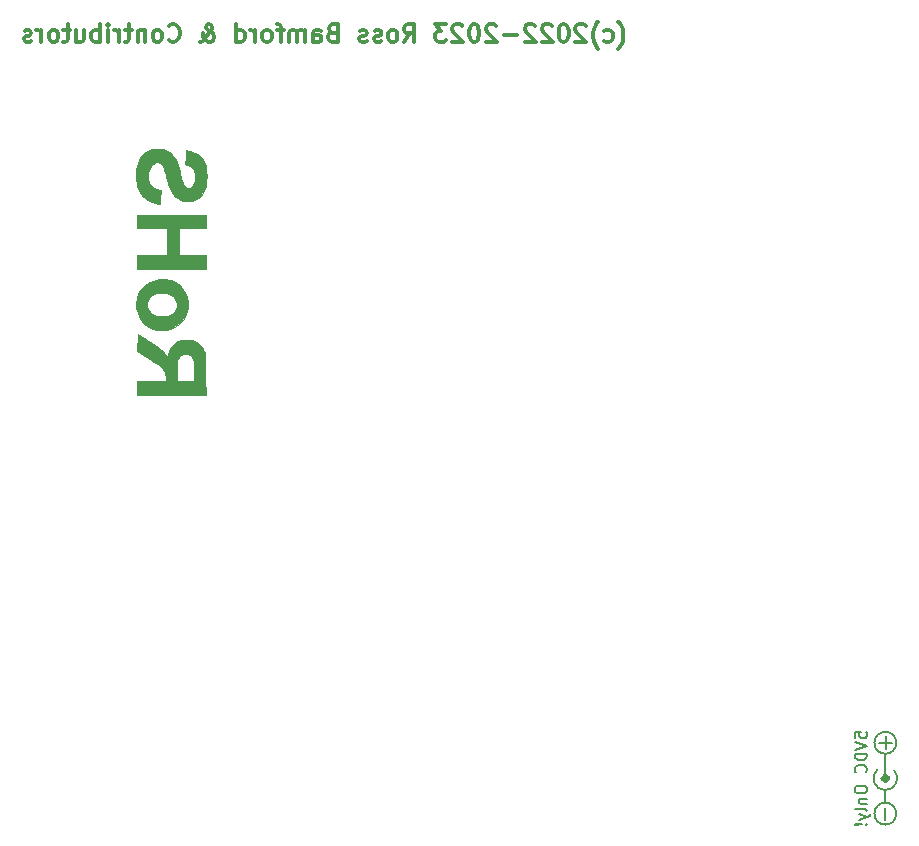
<source format=gbr>
%TF.GenerationSoftware,KiCad,Pcbnew,(6.0.0-0)*%
%TF.CreationDate,2023-09-10T11:44:03+01:00*%
%TF.ProjectId,rosco_6502,726f7363-6f5f-4363-9530-322e6b696361,3*%
%TF.SameCoordinates,Original*%
%TF.FileFunction,Legend,Bot*%
%TF.FilePolarity,Positive*%
%FSLAX46Y46*%
G04 Gerber Fmt 4.6, Leading zero omitted, Abs format (unit mm)*
G04 Created by KiCad (PCBNEW (6.0.0-0)) date 2023-09-10 11:44:03*
%MOMM*%
%LPD*%
G01*
G04 APERTURE LIST*
%ADD10C,0.150000*%
%ADD11C,0.300000*%
%ADD12C,0.500000*%
%ADD13C,0.010000*%
G04 APERTURE END LIST*
D10*
X181525000Y-118457500D02*
X181525000Y-117457500D01*
X180962500Y-111957500D02*
X182087500Y-111957500D01*
X181550000Y-112507500D02*
X181550000Y-111382500D01*
X178952380Y-111528928D02*
X178952380Y-111052738D01*
X179428571Y-111005119D01*
X179380952Y-111052738D01*
X179333333Y-111147976D01*
X179333333Y-111386071D01*
X179380952Y-111481309D01*
X179428571Y-111528928D01*
X179523809Y-111576547D01*
X179761904Y-111576547D01*
X179857142Y-111528928D01*
X179904761Y-111481309D01*
X179952380Y-111386071D01*
X179952380Y-111147976D01*
X179904761Y-111052738D01*
X179857142Y-111005119D01*
X178952380Y-111862261D02*
X179952380Y-112195595D01*
X178952380Y-112528928D01*
X179952380Y-112862261D02*
X178952380Y-112862261D01*
X178952380Y-113100357D01*
X179000000Y-113243214D01*
X179095238Y-113338452D01*
X179190476Y-113386071D01*
X179380952Y-113433690D01*
X179523809Y-113433690D01*
X179714285Y-113386071D01*
X179809523Y-113338452D01*
X179904761Y-113243214D01*
X179952380Y-113100357D01*
X179952380Y-112862261D01*
X179857142Y-114433690D02*
X179904761Y-114386071D01*
X179952380Y-114243214D01*
X179952380Y-114147976D01*
X179904761Y-114005119D01*
X179809523Y-113909880D01*
X179714285Y-113862261D01*
X179523809Y-113814642D01*
X179380952Y-113814642D01*
X179190476Y-113862261D01*
X179095238Y-113909880D01*
X179000000Y-114005119D01*
X178952380Y-114147976D01*
X178952380Y-114243214D01*
X179000000Y-114386071D01*
X179047619Y-114433690D01*
X178952380Y-115814642D02*
X178952380Y-116005119D01*
X179000000Y-116100357D01*
X179095238Y-116195595D01*
X179285714Y-116243214D01*
X179619047Y-116243214D01*
X179809523Y-116195595D01*
X179904761Y-116100357D01*
X179952380Y-116005119D01*
X179952380Y-115814642D01*
X179904761Y-115719404D01*
X179809523Y-115624166D01*
X179619047Y-115576547D01*
X179285714Y-115576547D01*
X179095238Y-115624166D01*
X179000000Y-115719404D01*
X178952380Y-115814642D01*
X179285714Y-116671785D02*
X179952380Y-116671785D01*
X179380952Y-116671785D02*
X179333333Y-116719404D01*
X179285714Y-116814642D01*
X179285714Y-116957500D01*
X179333333Y-117052738D01*
X179428571Y-117100357D01*
X179952380Y-117100357D01*
X179952380Y-117719404D02*
X179904761Y-117624166D01*
X179809523Y-117576547D01*
X178952380Y-117576547D01*
X179285714Y-118005119D02*
X179952380Y-118243214D01*
X179285714Y-118481309D02*
X179952380Y-118243214D01*
X180190476Y-118147976D01*
X180238095Y-118100357D01*
X180285714Y-118005119D01*
X179857142Y-118862261D02*
X179904761Y-118909880D01*
X179952380Y-118862261D01*
X179904761Y-118814642D01*
X179857142Y-118862261D01*
X179952380Y-118862261D01*
X179571428Y-118862261D02*
X179000000Y-118814642D01*
X178952380Y-118862261D01*
X179000000Y-118909880D01*
X179571428Y-118862261D01*
X178952380Y-118862261D01*
D11*
X158928571Y-53180000D02*
X159000000Y-53108571D01*
X159142857Y-52894285D01*
X159214285Y-52751428D01*
X159285714Y-52537142D01*
X159357142Y-52180000D01*
X159357142Y-51894285D01*
X159285714Y-51537142D01*
X159214285Y-51322857D01*
X159142857Y-51180000D01*
X159000000Y-50965714D01*
X158928571Y-50894285D01*
X157714285Y-52537142D02*
X157857142Y-52608571D01*
X158142857Y-52608571D01*
X158285714Y-52537142D01*
X158357142Y-52465714D01*
X158428571Y-52322857D01*
X158428571Y-51894285D01*
X158357142Y-51751428D01*
X158285714Y-51680000D01*
X158142857Y-51608571D01*
X157857142Y-51608571D01*
X157714285Y-51680000D01*
X157214285Y-53180000D02*
X157142857Y-53108571D01*
X157000000Y-52894285D01*
X156928571Y-52751428D01*
X156857142Y-52537142D01*
X156785714Y-52180000D01*
X156785714Y-51894285D01*
X156857142Y-51537142D01*
X156928571Y-51322857D01*
X157000000Y-51180000D01*
X157142857Y-50965714D01*
X157214285Y-50894285D01*
X156142857Y-51251428D02*
X156071428Y-51180000D01*
X155928571Y-51108571D01*
X155571428Y-51108571D01*
X155428571Y-51180000D01*
X155357142Y-51251428D01*
X155285714Y-51394285D01*
X155285714Y-51537142D01*
X155357142Y-51751428D01*
X156214285Y-52608571D01*
X155285714Y-52608571D01*
X154357142Y-51108571D02*
X154214285Y-51108571D01*
X154071428Y-51180000D01*
X154000000Y-51251428D01*
X153928571Y-51394285D01*
X153857142Y-51680000D01*
X153857142Y-52037142D01*
X153928571Y-52322857D01*
X154000000Y-52465714D01*
X154071428Y-52537142D01*
X154214285Y-52608571D01*
X154357142Y-52608571D01*
X154500000Y-52537142D01*
X154571428Y-52465714D01*
X154642857Y-52322857D01*
X154714285Y-52037142D01*
X154714285Y-51680000D01*
X154642857Y-51394285D01*
X154571428Y-51251428D01*
X154500000Y-51180000D01*
X154357142Y-51108571D01*
X153285714Y-51251428D02*
X153214285Y-51180000D01*
X153071428Y-51108571D01*
X152714285Y-51108571D01*
X152571428Y-51180000D01*
X152500000Y-51251428D01*
X152428571Y-51394285D01*
X152428571Y-51537142D01*
X152500000Y-51751428D01*
X153357142Y-52608571D01*
X152428571Y-52608571D01*
X151857142Y-51251428D02*
X151785714Y-51180000D01*
X151642857Y-51108571D01*
X151285714Y-51108571D01*
X151142857Y-51180000D01*
X151071428Y-51251428D01*
X151000000Y-51394285D01*
X151000000Y-51537142D01*
X151071428Y-51751428D01*
X151928571Y-52608571D01*
X151000000Y-52608571D01*
X150357142Y-52037142D02*
X149214285Y-52037142D01*
X148571428Y-51251428D02*
X148500000Y-51180000D01*
X148357142Y-51108571D01*
X148000000Y-51108571D01*
X147857142Y-51180000D01*
X147785714Y-51251428D01*
X147714285Y-51394285D01*
X147714285Y-51537142D01*
X147785714Y-51751428D01*
X148642857Y-52608571D01*
X147714285Y-52608571D01*
X146785714Y-51108571D02*
X146642857Y-51108571D01*
X146500000Y-51180000D01*
X146428571Y-51251428D01*
X146357142Y-51394285D01*
X146285714Y-51680000D01*
X146285714Y-52037142D01*
X146357142Y-52322857D01*
X146428571Y-52465714D01*
X146500000Y-52537142D01*
X146642857Y-52608571D01*
X146785714Y-52608571D01*
X146928571Y-52537142D01*
X147000000Y-52465714D01*
X147071428Y-52322857D01*
X147142857Y-52037142D01*
X147142857Y-51680000D01*
X147071428Y-51394285D01*
X147000000Y-51251428D01*
X146928571Y-51180000D01*
X146785714Y-51108571D01*
X145714285Y-51251428D02*
X145642857Y-51180000D01*
X145500000Y-51108571D01*
X145142857Y-51108571D01*
X145000000Y-51180000D01*
X144928571Y-51251428D01*
X144857142Y-51394285D01*
X144857142Y-51537142D01*
X144928571Y-51751428D01*
X145785714Y-52608571D01*
X144857142Y-52608571D01*
X144357142Y-51108571D02*
X143428571Y-51108571D01*
X143928571Y-51680000D01*
X143714285Y-51680000D01*
X143571428Y-51751428D01*
X143500000Y-51822857D01*
X143428571Y-51965714D01*
X143428571Y-52322857D01*
X143500000Y-52465714D01*
X143571428Y-52537142D01*
X143714285Y-52608571D01*
X144142857Y-52608571D01*
X144285714Y-52537142D01*
X144357142Y-52465714D01*
X140785714Y-52608571D02*
X141285714Y-51894285D01*
X141642857Y-52608571D02*
X141642857Y-51108571D01*
X141071428Y-51108571D01*
X140928571Y-51180000D01*
X140857142Y-51251428D01*
X140785714Y-51394285D01*
X140785714Y-51608571D01*
X140857142Y-51751428D01*
X140928571Y-51822857D01*
X141071428Y-51894285D01*
X141642857Y-51894285D01*
X139928571Y-52608571D02*
X140071428Y-52537142D01*
X140142857Y-52465714D01*
X140214285Y-52322857D01*
X140214285Y-51894285D01*
X140142857Y-51751428D01*
X140071428Y-51680000D01*
X139928571Y-51608571D01*
X139714285Y-51608571D01*
X139571428Y-51680000D01*
X139500000Y-51751428D01*
X139428571Y-51894285D01*
X139428571Y-52322857D01*
X139500000Y-52465714D01*
X139571428Y-52537142D01*
X139714285Y-52608571D01*
X139928571Y-52608571D01*
X138857142Y-52537142D02*
X138714285Y-52608571D01*
X138428571Y-52608571D01*
X138285714Y-52537142D01*
X138214285Y-52394285D01*
X138214285Y-52322857D01*
X138285714Y-52180000D01*
X138428571Y-52108571D01*
X138642857Y-52108571D01*
X138785714Y-52037142D01*
X138857142Y-51894285D01*
X138857142Y-51822857D01*
X138785714Y-51680000D01*
X138642857Y-51608571D01*
X138428571Y-51608571D01*
X138285714Y-51680000D01*
X137642857Y-52537142D02*
X137500000Y-52608571D01*
X137214285Y-52608571D01*
X137071428Y-52537142D01*
X137000000Y-52394285D01*
X137000000Y-52322857D01*
X137071428Y-52180000D01*
X137214285Y-52108571D01*
X137428571Y-52108571D01*
X137571428Y-52037142D01*
X137642857Y-51894285D01*
X137642857Y-51822857D01*
X137571428Y-51680000D01*
X137428571Y-51608571D01*
X137214285Y-51608571D01*
X137071428Y-51680000D01*
X134714285Y-51822857D02*
X134500000Y-51894285D01*
X134428571Y-51965714D01*
X134357142Y-52108571D01*
X134357142Y-52322857D01*
X134428571Y-52465714D01*
X134500000Y-52537142D01*
X134642857Y-52608571D01*
X135214285Y-52608571D01*
X135214285Y-51108571D01*
X134714285Y-51108571D01*
X134571428Y-51180000D01*
X134500000Y-51251428D01*
X134428571Y-51394285D01*
X134428571Y-51537142D01*
X134500000Y-51680000D01*
X134571428Y-51751428D01*
X134714285Y-51822857D01*
X135214285Y-51822857D01*
X133071428Y-52608571D02*
X133071428Y-51822857D01*
X133142857Y-51680000D01*
X133285714Y-51608571D01*
X133571428Y-51608571D01*
X133714285Y-51680000D01*
X133071428Y-52537142D02*
X133214285Y-52608571D01*
X133571428Y-52608571D01*
X133714285Y-52537142D01*
X133785714Y-52394285D01*
X133785714Y-52251428D01*
X133714285Y-52108571D01*
X133571428Y-52037142D01*
X133214285Y-52037142D01*
X133071428Y-51965714D01*
X132357142Y-52608571D02*
X132357142Y-51608571D01*
X132357142Y-51751428D02*
X132285714Y-51680000D01*
X132142857Y-51608571D01*
X131928571Y-51608571D01*
X131785714Y-51680000D01*
X131714285Y-51822857D01*
X131714285Y-52608571D01*
X131714285Y-51822857D02*
X131642857Y-51680000D01*
X131500000Y-51608571D01*
X131285714Y-51608571D01*
X131142857Y-51680000D01*
X131071428Y-51822857D01*
X131071428Y-52608571D01*
X130571428Y-51608571D02*
X130000000Y-51608571D01*
X130357142Y-52608571D02*
X130357142Y-51322857D01*
X130285714Y-51180000D01*
X130142857Y-51108571D01*
X130000000Y-51108571D01*
X129285714Y-52608571D02*
X129428571Y-52537142D01*
X129500000Y-52465714D01*
X129571428Y-52322857D01*
X129571428Y-51894285D01*
X129500000Y-51751428D01*
X129428571Y-51680000D01*
X129285714Y-51608571D01*
X129071428Y-51608571D01*
X128928571Y-51680000D01*
X128857142Y-51751428D01*
X128785714Y-51894285D01*
X128785714Y-52322857D01*
X128857142Y-52465714D01*
X128928571Y-52537142D01*
X129071428Y-52608571D01*
X129285714Y-52608571D01*
X128142857Y-52608571D02*
X128142857Y-51608571D01*
X128142857Y-51894285D02*
X128071428Y-51751428D01*
X128000000Y-51680000D01*
X127857142Y-51608571D01*
X127714285Y-51608571D01*
X126571428Y-52608571D02*
X126571428Y-51108571D01*
X126571428Y-52537142D02*
X126714285Y-52608571D01*
X127000000Y-52608571D01*
X127142857Y-52537142D01*
X127214285Y-52465714D01*
X127285714Y-52322857D01*
X127285714Y-51894285D01*
X127214285Y-51751428D01*
X127142857Y-51680000D01*
X127000000Y-51608571D01*
X126714285Y-51608571D01*
X126571428Y-51680000D01*
X123500000Y-52608571D02*
X123571428Y-52608571D01*
X123714285Y-52537142D01*
X123928571Y-52322857D01*
X124285714Y-51894285D01*
X124428571Y-51680000D01*
X124500000Y-51465714D01*
X124500000Y-51322857D01*
X124428571Y-51180000D01*
X124285714Y-51108571D01*
X124214285Y-51108571D01*
X124071428Y-51180000D01*
X124000000Y-51322857D01*
X124000000Y-51394285D01*
X124071428Y-51537142D01*
X124142857Y-51608571D01*
X124571428Y-51894285D01*
X124642857Y-51965714D01*
X124714285Y-52108571D01*
X124714285Y-52322857D01*
X124642857Y-52465714D01*
X124571428Y-52537142D01*
X124428571Y-52608571D01*
X124214285Y-52608571D01*
X124071428Y-52537142D01*
X124000000Y-52465714D01*
X123785714Y-52180000D01*
X123714285Y-51965714D01*
X123714285Y-51822857D01*
X120857142Y-52465714D02*
X120928571Y-52537142D01*
X121142857Y-52608571D01*
X121285714Y-52608571D01*
X121500000Y-52537142D01*
X121642857Y-52394285D01*
X121714285Y-52251428D01*
X121785714Y-51965714D01*
X121785714Y-51751428D01*
X121714285Y-51465714D01*
X121642857Y-51322857D01*
X121500000Y-51180000D01*
X121285714Y-51108571D01*
X121142857Y-51108571D01*
X120928571Y-51180000D01*
X120857142Y-51251428D01*
X120000000Y-52608571D02*
X120142857Y-52537142D01*
X120214285Y-52465714D01*
X120285714Y-52322857D01*
X120285714Y-51894285D01*
X120214285Y-51751428D01*
X120142857Y-51680000D01*
X120000000Y-51608571D01*
X119785714Y-51608571D01*
X119642857Y-51680000D01*
X119571428Y-51751428D01*
X119500000Y-51894285D01*
X119500000Y-52322857D01*
X119571428Y-52465714D01*
X119642857Y-52537142D01*
X119785714Y-52608571D01*
X120000000Y-52608571D01*
X118857142Y-51608571D02*
X118857142Y-52608571D01*
X118857142Y-51751428D02*
X118785714Y-51680000D01*
X118642857Y-51608571D01*
X118428571Y-51608571D01*
X118285714Y-51680000D01*
X118214285Y-51822857D01*
X118214285Y-52608571D01*
X117714285Y-51608571D02*
X117142857Y-51608571D01*
X117500000Y-51108571D02*
X117500000Y-52394285D01*
X117428571Y-52537142D01*
X117285714Y-52608571D01*
X117142857Y-52608571D01*
X116642857Y-52608571D02*
X116642857Y-51608571D01*
X116642857Y-51894285D02*
X116571428Y-51751428D01*
X116500000Y-51680000D01*
X116357142Y-51608571D01*
X116214285Y-51608571D01*
X115714285Y-52608571D02*
X115714285Y-51608571D01*
X115714285Y-51108571D02*
X115785714Y-51180000D01*
X115714285Y-51251428D01*
X115642857Y-51180000D01*
X115714285Y-51108571D01*
X115714285Y-51251428D01*
X115000000Y-52608571D02*
X115000000Y-51108571D01*
X115000000Y-51680000D02*
X114857142Y-51608571D01*
X114571428Y-51608571D01*
X114428571Y-51680000D01*
X114357142Y-51751428D01*
X114285714Y-51894285D01*
X114285714Y-52322857D01*
X114357142Y-52465714D01*
X114428571Y-52537142D01*
X114571428Y-52608571D01*
X114857142Y-52608571D01*
X115000000Y-52537142D01*
X113000000Y-51608571D02*
X113000000Y-52608571D01*
X113642857Y-51608571D02*
X113642857Y-52394285D01*
X113571428Y-52537142D01*
X113428571Y-52608571D01*
X113214285Y-52608571D01*
X113071428Y-52537142D01*
X113000000Y-52465714D01*
X112500000Y-51608571D02*
X111928571Y-51608571D01*
X112285714Y-51108571D02*
X112285714Y-52394285D01*
X112214285Y-52537142D01*
X112071428Y-52608571D01*
X111928571Y-52608571D01*
X111214285Y-52608571D02*
X111357142Y-52537142D01*
X111428571Y-52465714D01*
X111500000Y-52322857D01*
X111500000Y-51894285D01*
X111428571Y-51751428D01*
X111357142Y-51680000D01*
X111214285Y-51608571D01*
X111000000Y-51608571D01*
X110857142Y-51680000D01*
X110785714Y-51751428D01*
X110714285Y-51894285D01*
X110714285Y-52322857D01*
X110785714Y-52465714D01*
X110857142Y-52537142D01*
X111000000Y-52608571D01*
X111214285Y-52608571D01*
X110071428Y-52608571D02*
X110071428Y-51608571D01*
X110071428Y-51894285D02*
X110000000Y-51751428D01*
X109928571Y-51680000D01*
X109785714Y-51608571D01*
X109642857Y-51608571D01*
X109214285Y-52537142D02*
X109071428Y-52608571D01*
X108785714Y-52608571D01*
X108642857Y-52537142D01*
X108571428Y-52394285D01*
X108571428Y-52322857D01*
X108642857Y-52180000D01*
X108785714Y-52108571D01*
X109000000Y-52108571D01*
X109142857Y-52037142D01*
X109214285Y-51894285D01*
X109214285Y-51822857D01*
X109142857Y-51680000D01*
X109000000Y-51608571D01*
X108785714Y-51608571D01*
X108642857Y-51680000D01*
D10*
%TO.C,REF\u002A\u002A*%
X181525000Y-114957500D02*
X181525000Y-112957500D01*
X181525000Y-116957500D02*
X181525000Y-116057500D01*
X180850000Y-114207500D02*
G75*
G03*
X182275000Y-114282500I675000J-750000D01*
G01*
D12*
X181700000Y-114957500D02*
G75*
G03*
X181700000Y-114957500I-175000J0D01*
G01*
D10*
X182450000Y-111957500D02*
G75*
G03*
X182450000Y-111957500I-925000J0D01*
G01*
X182450000Y-117957500D02*
G75*
G03*
X182450000Y-117957500I-925000J0D01*
G01*
D13*
X122459861Y-74846786D02*
X122458819Y-74695368D01*
X122458819Y-74695368D02*
X122455855Y-74578683D01*
X122455855Y-74578683D02*
X122449940Y-74486119D01*
X122449940Y-74486119D02*
X122440049Y-74407062D01*
X122440049Y-74407062D02*
X122425153Y-74330896D01*
X122425153Y-74330896D02*
X122404228Y-74247008D01*
X122404228Y-74247008D02*
X122400484Y-74233023D01*
X122400484Y-74233023D02*
X122299750Y-73942869D01*
X122299750Y-73942869D02*
X122161021Y-73675309D01*
X122161021Y-73675309D02*
X121986787Y-73433326D01*
X121986787Y-73433326D02*
X121779533Y-73219905D01*
X121779533Y-73219905D02*
X121541747Y-73038029D01*
X121541747Y-73038029D02*
X121285322Y-72895064D01*
X121285322Y-72895064D02*
X121081399Y-72811969D01*
X121081399Y-72811969D02*
X120872037Y-72753332D01*
X120872037Y-72753332D02*
X120644404Y-72716252D01*
X120644404Y-72716252D02*
X120418606Y-72699143D01*
X120418606Y-72699143D02*
X120084777Y-72702054D01*
X120084777Y-72702054D02*
X119776309Y-72741734D01*
X119776309Y-72741734D02*
X119490875Y-72819026D01*
X119490875Y-72819026D02*
X119226151Y-72934774D01*
X119226151Y-72934774D02*
X118979811Y-73089819D01*
X118979811Y-73089819D02*
X118749528Y-73285004D01*
X118749528Y-73285004D02*
X118719063Y-73314956D01*
X118719063Y-73314956D02*
X118523500Y-73536295D01*
X118523500Y-73536295D02*
X118368353Y-73770889D01*
X118368353Y-73770889D02*
X118249014Y-74026531D01*
X118249014Y-74026531D02*
X118186146Y-74215724D01*
X118186146Y-74215724D02*
X118160338Y-74333995D01*
X118160338Y-74333995D02*
X118139526Y-74483738D01*
X118139526Y-74483738D02*
X118124661Y-74651249D01*
X118124661Y-74651249D02*
X118116690Y-74822822D01*
X118116690Y-74822822D02*
X118116562Y-74984753D01*
X118116562Y-74984753D02*
X118124088Y-75112462D01*
X118124088Y-75112462D02*
X118163101Y-75349147D01*
X118163101Y-75349147D02*
X118231216Y-75593177D01*
X118231216Y-75593177D02*
X118323574Y-75832483D01*
X118323574Y-75832483D02*
X118435315Y-76054996D01*
X118435315Y-76054996D02*
X118561581Y-76248647D01*
X118561581Y-76248647D02*
X118602253Y-76300137D01*
X118602253Y-76300137D02*
X118792162Y-76493802D01*
X118792162Y-76493802D02*
X119014962Y-76658561D01*
X119014962Y-76658561D02*
X119267238Y-76792694D01*
X119267238Y-76792694D02*
X119545576Y-76894481D01*
X119545576Y-76894481D02*
X119846560Y-76962203D01*
X119846560Y-76962203D02*
X119944732Y-76976110D01*
X119944732Y-76976110D02*
X120288074Y-76998669D01*
X120288074Y-76998669D02*
X120296250Y-76998221D01*
X120296250Y-76998221D02*
X120296250Y-75849799D01*
X120296250Y-75849799D02*
X120026027Y-75836071D01*
X120026027Y-75836071D02*
X119788760Y-75792314D01*
X119788760Y-75792314D02*
X119582766Y-75717779D01*
X119582766Y-75717779D02*
X119406362Y-75611718D01*
X119406362Y-75611718D02*
X119257865Y-75473384D01*
X119257865Y-75473384D02*
X119162305Y-75345689D01*
X119162305Y-75345689D02*
X119100978Y-75239493D01*
X119100978Y-75239493D02*
X119061117Y-75139603D01*
X119061117Y-75139603D02*
X119039275Y-75031801D01*
X119039275Y-75031801D02*
X119032002Y-74901871D01*
X119032002Y-74901871D02*
X119033046Y-74812768D01*
X119033046Y-74812768D02*
X119038280Y-74696089D01*
X119038280Y-74696089D02*
X119048338Y-74609679D01*
X119048338Y-74609679D02*
X119066014Y-74538495D01*
X119066014Y-74538495D02*
X119094097Y-74467495D01*
X119094097Y-74467495D02*
X119099207Y-74456305D01*
X119099207Y-74456305D02*
X119179026Y-74322011D01*
X119179026Y-74322011D02*
X119288781Y-74190281D01*
X119288781Y-74190281D02*
X119414864Y-74076385D01*
X119414864Y-74076385D02*
X119476383Y-74033045D01*
X119476383Y-74033045D02*
X119628173Y-73956705D01*
X119628173Y-73956705D02*
X119811674Y-73897553D01*
X119811674Y-73897553D02*
X120015857Y-73857588D01*
X120015857Y-73857588D02*
X120229696Y-73838812D01*
X120229696Y-73838812D02*
X120442162Y-73843223D01*
X120442162Y-73843223D02*
X120494908Y-73848312D01*
X120494908Y-73848312D02*
X120724709Y-73885330D01*
X120724709Y-73885330D02*
X120918758Y-73941592D01*
X120918758Y-73941592D02*
X121083544Y-74019812D01*
X121083544Y-74019812D02*
X121225554Y-74122709D01*
X121225554Y-74122709D02*
X121285045Y-74179103D01*
X121285045Y-74179103D02*
X121412754Y-74339903D01*
X121412754Y-74339903D02*
X121501350Y-74516653D01*
X121501350Y-74516653D02*
X121550836Y-74703394D01*
X121550836Y-74703394D02*
X121561212Y-74894166D01*
X121561212Y-74894166D02*
X121532480Y-75083009D01*
X121532480Y-75083009D02*
X121464642Y-75263965D01*
X121464642Y-75263965D02*
X121357700Y-75431073D01*
X121357700Y-75431073D02*
X121284718Y-75512435D01*
X121284718Y-75512435D02*
X121137009Y-75636616D01*
X121137009Y-75636616D02*
X120971142Y-75730672D01*
X120971142Y-75730672D02*
X120781961Y-75796363D01*
X120781961Y-75796363D02*
X120564306Y-75835450D01*
X120564306Y-75835450D02*
X120313020Y-75849694D01*
X120313020Y-75849694D02*
X120296250Y-75849799D01*
X120296250Y-75849799D02*
X120296250Y-76998221D01*
X120296250Y-76998221D02*
X120615329Y-76980706D01*
X120615329Y-76980706D02*
X120924869Y-76922751D01*
X120924869Y-76922751D02*
X121215067Y-76825329D01*
X121215067Y-76825329D02*
X121484296Y-76688969D01*
X121484296Y-76688969D02*
X121730927Y-76514197D01*
X121730927Y-76514197D02*
X121922033Y-76335358D01*
X121922033Y-76335358D02*
X122097360Y-76118311D01*
X122097360Y-76118311D02*
X122244110Y-75870274D01*
X122244110Y-75870274D02*
X122358405Y-75598293D01*
X122358405Y-75598293D02*
X122398630Y-75468479D01*
X122398630Y-75468479D02*
X122421632Y-75381869D01*
X122421632Y-75381869D02*
X122438137Y-75307258D01*
X122438137Y-75307258D02*
X122449185Y-75234117D01*
X122449185Y-75234117D02*
X122455811Y-75151918D01*
X122455811Y-75151918D02*
X122459053Y-75050132D01*
X122459053Y-75050132D02*
X122459947Y-74918229D01*
X122459947Y-74918229D02*
X122459861Y-74846786D01*
X122459861Y-74846786D02*
X122459861Y-74846786D01*
G36*
X120288074Y-76998669D02*
G01*
X119944732Y-76976110D01*
X119846560Y-76962203D01*
X119545576Y-76894481D01*
X119267238Y-76792694D01*
X119014962Y-76658561D01*
X118792162Y-76493802D01*
X118602253Y-76300137D01*
X118561581Y-76248647D01*
X118435315Y-76054996D01*
X118323574Y-75832483D01*
X118231216Y-75593177D01*
X118163101Y-75349147D01*
X118124088Y-75112462D01*
X118116562Y-74984753D01*
X118116628Y-74901871D01*
X119032002Y-74901871D01*
X119039275Y-75031801D01*
X119061117Y-75139603D01*
X119100978Y-75239493D01*
X119162305Y-75345689D01*
X119257865Y-75473384D01*
X119406362Y-75611718D01*
X119582766Y-75717779D01*
X119788760Y-75792314D01*
X120026027Y-75836071D01*
X120296250Y-75849799D01*
X120313020Y-75849694D01*
X120564306Y-75835450D01*
X120781961Y-75796363D01*
X120971142Y-75730672D01*
X121137009Y-75636616D01*
X121284718Y-75512435D01*
X121357700Y-75431073D01*
X121464642Y-75263965D01*
X121532480Y-75083009D01*
X121561212Y-74894166D01*
X121550836Y-74703394D01*
X121501350Y-74516653D01*
X121412754Y-74339903D01*
X121285045Y-74179103D01*
X121225554Y-74122709D01*
X121083544Y-74019812D01*
X120918758Y-73941592D01*
X120724709Y-73885330D01*
X120494908Y-73848312D01*
X120442162Y-73843223D01*
X120229696Y-73838812D01*
X120015857Y-73857588D01*
X119811674Y-73897553D01*
X119628173Y-73956705D01*
X119476383Y-74033045D01*
X119414864Y-74076385D01*
X119288781Y-74190281D01*
X119179026Y-74322011D01*
X119099207Y-74456305D01*
X119094097Y-74467495D01*
X119066014Y-74538495D01*
X119048338Y-74609679D01*
X119038280Y-74696089D01*
X119033046Y-74812768D01*
X119032002Y-74901871D01*
X118116628Y-74901871D01*
X118116690Y-74822822D01*
X118124661Y-74651249D01*
X118139526Y-74483738D01*
X118160338Y-74333995D01*
X118186146Y-74215724D01*
X118249014Y-74026531D01*
X118368353Y-73770889D01*
X118523500Y-73536295D01*
X118719063Y-73314956D01*
X118749528Y-73285004D01*
X118979811Y-73089819D01*
X119226151Y-72934774D01*
X119490875Y-72819026D01*
X119776309Y-72741734D01*
X120084777Y-72702054D01*
X120418606Y-72699143D01*
X120644404Y-72716252D01*
X120872037Y-72753332D01*
X121081399Y-72811969D01*
X121285322Y-72895064D01*
X121541747Y-73038029D01*
X121779533Y-73219905D01*
X121986787Y-73433326D01*
X122161021Y-73675309D01*
X122299750Y-73942869D01*
X122400484Y-74233023D01*
X122404228Y-74247008D01*
X122425153Y-74330896D01*
X122440049Y-74407062D01*
X122449940Y-74486119D01*
X122455855Y-74578683D01*
X122458819Y-74695368D01*
X122459861Y-74846786D01*
X122459947Y-74918229D01*
X122459053Y-75050132D01*
X122455811Y-75151918D01*
X122449185Y-75234117D01*
X122438137Y-75307258D01*
X122421632Y-75381869D01*
X122398630Y-75468479D01*
X122358405Y-75598293D01*
X122244110Y-75870274D01*
X122097360Y-76118311D01*
X121922033Y-76335358D01*
X121730927Y-76514197D01*
X121484296Y-76688969D01*
X121215067Y-76825329D01*
X120924869Y-76922751D01*
X120615329Y-76980706D01*
X120296250Y-76998221D01*
X120288074Y-76998669D01*
G37*
X120288074Y-76998669D02*
X119944732Y-76976110D01*
X119846560Y-76962203D01*
X119545576Y-76894481D01*
X119267238Y-76792694D01*
X119014962Y-76658561D01*
X118792162Y-76493802D01*
X118602253Y-76300137D01*
X118561581Y-76248647D01*
X118435315Y-76054996D01*
X118323574Y-75832483D01*
X118231216Y-75593177D01*
X118163101Y-75349147D01*
X118124088Y-75112462D01*
X118116562Y-74984753D01*
X118116628Y-74901871D01*
X119032002Y-74901871D01*
X119039275Y-75031801D01*
X119061117Y-75139603D01*
X119100978Y-75239493D01*
X119162305Y-75345689D01*
X119257865Y-75473384D01*
X119406362Y-75611718D01*
X119582766Y-75717779D01*
X119788760Y-75792314D01*
X120026027Y-75836071D01*
X120296250Y-75849799D01*
X120313020Y-75849694D01*
X120564306Y-75835450D01*
X120781961Y-75796363D01*
X120971142Y-75730672D01*
X121137009Y-75636616D01*
X121284718Y-75512435D01*
X121357700Y-75431073D01*
X121464642Y-75263965D01*
X121532480Y-75083009D01*
X121561212Y-74894166D01*
X121550836Y-74703394D01*
X121501350Y-74516653D01*
X121412754Y-74339903D01*
X121285045Y-74179103D01*
X121225554Y-74122709D01*
X121083544Y-74019812D01*
X120918758Y-73941592D01*
X120724709Y-73885330D01*
X120494908Y-73848312D01*
X120442162Y-73843223D01*
X120229696Y-73838812D01*
X120015857Y-73857588D01*
X119811674Y-73897553D01*
X119628173Y-73956705D01*
X119476383Y-74033045D01*
X119414864Y-74076385D01*
X119288781Y-74190281D01*
X119179026Y-74322011D01*
X119099207Y-74456305D01*
X119094097Y-74467495D01*
X119066014Y-74538495D01*
X119048338Y-74609679D01*
X119038280Y-74696089D01*
X119033046Y-74812768D01*
X119032002Y-74901871D01*
X118116628Y-74901871D01*
X118116690Y-74822822D01*
X118124661Y-74651249D01*
X118139526Y-74483738D01*
X118160338Y-74333995D01*
X118186146Y-74215724D01*
X118249014Y-74026531D01*
X118368353Y-73770889D01*
X118523500Y-73536295D01*
X118719063Y-73314956D01*
X118749528Y-73285004D01*
X118979811Y-73089819D01*
X119226151Y-72934774D01*
X119490875Y-72819026D01*
X119776309Y-72741734D01*
X120084777Y-72702054D01*
X120418606Y-72699143D01*
X120644404Y-72716252D01*
X120872037Y-72753332D01*
X121081399Y-72811969D01*
X121285322Y-72895064D01*
X121541747Y-73038029D01*
X121779533Y-73219905D01*
X121986787Y-73433326D01*
X122161021Y-73675309D01*
X122299750Y-73942869D01*
X122400484Y-74233023D01*
X122404228Y-74247008D01*
X122425153Y-74330896D01*
X122440049Y-74407062D01*
X122449940Y-74486119D01*
X122455855Y-74578683D01*
X122458819Y-74695368D01*
X122459861Y-74846786D01*
X122459947Y-74918229D01*
X122459053Y-75050132D01*
X122455811Y-75151918D01*
X122449185Y-75234117D01*
X122438137Y-75307258D01*
X122421632Y-75381869D01*
X122398630Y-75468479D01*
X122358405Y-75598293D01*
X122244110Y-75870274D01*
X122097360Y-76118311D01*
X121922033Y-76335358D01*
X121730927Y-76514197D01*
X121484296Y-76688969D01*
X121215067Y-76825329D01*
X120924869Y-76922751D01*
X120615329Y-76980706D01*
X120296250Y-76998221D01*
X120288074Y-76998669D01*
X121702321Y-70651250D02*
X121702321Y-68406072D01*
X121702321Y-68406072D02*
X123970179Y-68406072D01*
X123970179Y-68406072D02*
X123970179Y-67226786D01*
X123970179Y-67226786D02*
X118209821Y-67226786D01*
X118209821Y-67226786D02*
X118209821Y-68406072D01*
X118209821Y-68406072D02*
X120727570Y-68406072D01*
X120727570Y-68406072D02*
X120721687Y-69522992D01*
X120721687Y-69522992D02*
X120715804Y-70639911D01*
X120715804Y-70639911D02*
X119462813Y-70645773D01*
X119462813Y-70645773D02*
X118209821Y-70651635D01*
X118209821Y-70651635D02*
X118209821Y-71830536D01*
X118209821Y-71830536D02*
X123970179Y-71830536D01*
X123970179Y-71830536D02*
X123970179Y-70651250D01*
X123970179Y-70651250D02*
X121702321Y-70651250D01*
X121702321Y-70651250D02*
X121702321Y-70651250D01*
G36*
X123970179Y-68406072D02*
G01*
X121702321Y-68406072D01*
X121702321Y-70651250D01*
X123970179Y-70651250D01*
X123970179Y-71830536D01*
X118209821Y-71830536D01*
X118209821Y-70651635D01*
X119462813Y-70645773D01*
X120715804Y-70639911D01*
X120721687Y-69522992D01*
X120727570Y-68406072D01*
X118209821Y-68406072D01*
X118209821Y-67226786D01*
X123970179Y-67226786D01*
X123970179Y-68406072D01*
G37*
X123970179Y-68406072D02*
X121702321Y-68406072D01*
X121702321Y-70651250D01*
X123970179Y-70651250D01*
X123970179Y-71830536D01*
X118209821Y-71830536D01*
X118209821Y-70651635D01*
X119462813Y-70645773D01*
X120715804Y-70639911D01*
X120721687Y-69522992D01*
X120727570Y-68406072D01*
X118209821Y-68406072D01*
X118209821Y-67226786D01*
X123970179Y-67226786D01*
X123970179Y-68406072D01*
X123962954Y-80941652D02*
X123960235Y-80585405D01*
X123960235Y-80585405D02*
X123957020Y-80267134D01*
X123957020Y-80267134D02*
X123953330Y-79987855D01*
X123953330Y-79987855D02*
X123949186Y-79748584D01*
X123949186Y-79748584D02*
X123944609Y-79550337D01*
X123944609Y-79550337D02*
X123939620Y-79394129D01*
X123939620Y-79394129D02*
X123934240Y-79280976D01*
X123934240Y-79280976D02*
X123928489Y-79211893D01*
X123928489Y-79211893D02*
X123926901Y-79201072D01*
X123926901Y-79201072D02*
X123885776Y-78990570D01*
X123885776Y-78990570D02*
X123840064Y-78816407D01*
X123840064Y-78816407D02*
X123785637Y-78669567D01*
X123785637Y-78669567D02*
X123718368Y-78541035D01*
X123718368Y-78541035D02*
X123634132Y-78421796D01*
X123634132Y-78421796D02*
X123528800Y-78302832D01*
X123528800Y-78302832D02*
X123504167Y-78277601D01*
X123504167Y-78277601D02*
X123405495Y-78182109D01*
X123405495Y-78182109D02*
X123320617Y-78111593D01*
X123320617Y-78111593D02*
X123235193Y-78055450D01*
X123235193Y-78055450D02*
X123134883Y-78003081D01*
X123134883Y-78003081D02*
X123128998Y-78000266D01*
X123128998Y-78000266D02*
X122973256Y-77931130D01*
X122973256Y-77931130D02*
X122834381Y-77882871D01*
X122834381Y-77882871D02*
X122697352Y-77852223D01*
X122697352Y-77852223D02*
X122547144Y-77835921D01*
X122547144Y-77835921D02*
X122368735Y-77830700D01*
X122368735Y-77830700D02*
X122348661Y-77830662D01*
X122348661Y-77830662D02*
X122094707Y-77842560D01*
X122094707Y-77842560D02*
X121872572Y-77880139D01*
X121872572Y-77880139D02*
X121674896Y-77946225D01*
X121674896Y-77946225D02*
X121494321Y-78043644D01*
X121494321Y-78043644D02*
X121323487Y-78175221D01*
X121323487Y-78175221D02*
X121236348Y-78257789D01*
X121236348Y-78257789D02*
X121133442Y-78368577D01*
X121133442Y-78368577D02*
X121047538Y-78479505D01*
X121047538Y-78479505D02*
X120974659Y-78598579D01*
X120974659Y-78598579D02*
X120910830Y-78733806D01*
X120910830Y-78733806D02*
X120852072Y-78893190D01*
X120852072Y-78893190D02*
X120794410Y-79084739D01*
X120794410Y-79084739D02*
X120758134Y-79220572D01*
X120758134Y-79220572D02*
X120738482Y-79296769D01*
X120738482Y-79296769D02*
X120625419Y-79129858D01*
X120625419Y-79129858D02*
X120494997Y-78960055D01*
X120494997Y-78960055D02*
X120332564Y-78785000D01*
X120332564Y-78785000D02*
X120148686Y-78615086D01*
X120148686Y-78615086D02*
X119953924Y-78460705D01*
X119953924Y-78460705D02*
X119922054Y-78437854D01*
X119922054Y-78437854D02*
X119864851Y-78398862D01*
X119864851Y-78398862D02*
X119779055Y-78342238D01*
X119779055Y-78342238D02*
X119669411Y-78270977D01*
X119669411Y-78270977D02*
X119540664Y-78188073D01*
X119540664Y-78188073D02*
X119397559Y-78096522D01*
X119397559Y-78096522D02*
X119244844Y-77999316D01*
X119244844Y-77999316D02*
X119087262Y-77899452D01*
X119087262Y-77899452D02*
X118929560Y-77799923D01*
X118929560Y-77799923D02*
X118776483Y-77703725D01*
X118776483Y-77703725D02*
X118632776Y-77613851D01*
X118632776Y-77613851D02*
X118503186Y-77533297D01*
X118503186Y-77533297D02*
X118392458Y-77465057D01*
X118392458Y-77465057D02*
X118305337Y-77412125D01*
X118305337Y-77412125D02*
X118246569Y-77377497D01*
X118246569Y-77377497D02*
X118220899Y-77364166D01*
X118220899Y-77364166D02*
X118220469Y-77364108D01*
X118220469Y-77364108D02*
X118217836Y-77385875D01*
X118217836Y-77385875D02*
X118215440Y-77447530D01*
X118215440Y-77447530D02*
X118213365Y-77543605D01*
X118213365Y-77543605D02*
X118211692Y-77668631D01*
X118211692Y-77668631D02*
X118210506Y-77817140D01*
X118210506Y-77817140D02*
X118209890Y-77983662D01*
X118209890Y-77983662D02*
X118209821Y-78063188D01*
X118209821Y-78063188D02*
X118209821Y-78762268D01*
X118209821Y-78762268D02*
X119077277Y-79341583D01*
X119077277Y-79341583D02*
X119263577Y-79466485D01*
X119263577Y-79466485D02*
X119445426Y-79589316D01*
X119445426Y-79589316D02*
X119617814Y-79706628D01*
X119617814Y-79706628D02*
X119775728Y-79814972D01*
X119775728Y-79814972D02*
X119914160Y-79910901D01*
X119914160Y-79910901D02*
X120028098Y-79990965D01*
X120028098Y-79990965D02*
X120112531Y-80051718D01*
X120112531Y-80051718D02*
X120149658Y-80079559D01*
X120149658Y-80079559D02*
X120292945Y-80199728D01*
X120292945Y-80199728D02*
X120403484Y-80316606D01*
X120403484Y-80316606D02*
X120485115Y-80438570D01*
X120485115Y-80438570D02*
X120541683Y-80573996D01*
X120541683Y-80573996D02*
X120577031Y-80731261D01*
X120577031Y-80731261D02*
X120595000Y-80918742D01*
X120595000Y-80918742D02*
X120599167Y-81059396D01*
X120599167Y-81059396D02*
X120602411Y-81344197D01*
X120602411Y-81344197D02*
X118209821Y-81355937D01*
X118209821Y-81355937D02*
X118209821Y-82534822D01*
X118209821Y-82534822D02*
X122972321Y-82534822D01*
X122972321Y-82534822D02*
X122972321Y-81355536D01*
X122972321Y-81355536D02*
X121543571Y-81355536D01*
X121543571Y-81355536D02*
X121543758Y-80646831D01*
X121543758Y-80646831D02*
X121544547Y-80460818D01*
X121544547Y-80460818D02*
X121546691Y-80279682D01*
X121546691Y-80279682D02*
X121549994Y-80111074D01*
X121549994Y-80111074D02*
X121554264Y-79962647D01*
X121554264Y-79962647D02*
X121559309Y-79842052D01*
X121559309Y-79842052D02*
X121564934Y-79756939D01*
X121564934Y-79756939D02*
X121566648Y-79739973D01*
X121566648Y-79739973D02*
X121594984Y-79561380D01*
X121594984Y-79561380D02*
X121636299Y-79419586D01*
X121636299Y-79419586D02*
X121693623Y-79307140D01*
X121693623Y-79307140D02*
X121769983Y-79216588D01*
X121769983Y-79216588D02*
X121784853Y-79203031D01*
X121784853Y-79203031D02*
X121922364Y-79110162D01*
X121922364Y-79110162D02*
X122082368Y-79054813D01*
X122082368Y-79054813D02*
X122267548Y-79036080D01*
X122267548Y-79036080D02*
X122280625Y-79036109D01*
X122280625Y-79036109D02*
X122465932Y-79055450D01*
X122465932Y-79055450D02*
X122623080Y-79110341D01*
X122623080Y-79110341D02*
X122752215Y-79200889D01*
X122752215Y-79200889D02*
X122853482Y-79327199D01*
X122853482Y-79327199D02*
X122927026Y-79489381D01*
X122927026Y-79489381D02*
X122936392Y-79519209D01*
X122936392Y-79519209D02*
X122945941Y-79557810D01*
X122945941Y-79557810D02*
X122953695Y-79606016D01*
X122953695Y-79606016D02*
X122959828Y-79668547D01*
X122959828Y-79668547D02*
X122964513Y-79750123D01*
X122964513Y-79750123D02*
X122967923Y-79855465D01*
X122967923Y-79855465D02*
X122970232Y-79989292D01*
X122970232Y-79989292D02*
X122971612Y-80156324D01*
X122971612Y-80156324D02*
X122972237Y-80361282D01*
X122972237Y-80361282D02*
X122972321Y-80497867D01*
X122972321Y-80497867D02*
X122972321Y-81355536D01*
X122972321Y-81355536D02*
X122972321Y-82534822D01*
X122972321Y-82534822D02*
X123973424Y-82534822D01*
X123973424Y-82534822D02*
X123962954Y-80941652D01*
X123962954Y-80941652D02*
X123962954Y-80941652D01*
G36*
X118209821Y-81355937D02*
G01*
X118291544Y-81355536D01*
X121543571Y-81355536D01*
X122972321Y-81355536D01*
X122972321Y-80497867D01*
X122972237Y-80361282D01*
X122971612Y-80156324D01*
X122970232Y-79989292D01*
X122967923Y-79855465D01*
X122964513Y-79750123D01*
X122959828Y-79668547D01*
X122953695Y-79606016D01*
X122945941Y-79557810D01*
X122936392Y-79519209D01*
X122927026Y-79489381D01*
X122853482Y-79327199D01*
X122752215Y-79200889D01*
X122623080Y-79110341D01*
X122465932Y-79055450D01*
X122280625Y-79036109D01*
X122267548Y-79036080D01*
X122082368Y-79054813D01*
X121922364Y-79110162D01*
X121784853Y-79203031D01*
X121769983Y-79216588D01*
X121693623Y-79307140D01*
X121636299Y-79419586D01*
X121594984Y-79561380D01*
X121566648Y-79739973D01*
X121564934Y-79756939D01*
X121559309Y-79842052D01*
X121554264Y-79962647D01*
X121549994Y-80111074D01*
X121546691Y-80279682D01*
X121544547Y-80460818D01*
X121543758Y-80646831D01*
X121543571Y-81355536D01*
X118291544Y-81355536D01*
X120602411Y-81344197D01*
X120599167Y-81059396D01*
X120595000Y-80918742D01*
X120577031Y-80731261D01*
X120541683Y-80573996D01*
X120485115Y-80438570D01*
X120403484Y-80316606D01*
X120292945Y-80199728D01*
X120149658Y-80079559D01*
X120112531Y-80051718D01*
X120028098Y-79990965D01*
X119914160Y-79910901D01*
X119775728Y-79814972D01*
X119617814Y-79706628D01*
X119445426Y-79589316D01*
X119263577Y-79466485D01*
X119077277Y-79341583D01*
X118209821Y-78762268D01*
X118209821Y-78063188D01*
X118209890Y-77983662D01*
X118210506Y-77817140D01*
X118211692Y-77668631D01*
X118213365Y-77543605D01*
X118215440Y-77447530D01*
X118217836Y-77385875D01*
X118220469Y-77364108D01*
X118220899Y-77364166D01*
X118246569Y-77377497D01*
X118305337Y-77412125D01*
X118392458Y-77465057D01*
X118503186Y-77533297D01*
X118632776Y-77613851D01*
X118776483Y-77703725D01*
X118929560Y-77799923D01*
X119087262Y-77899452D01*
X119244844Y-77999316D01*
X119397559Y-78096522D01*
X119540664Y-78188073D01*
X119669411Y-78270977D01*
X119779055Y-78342238D01*
X119864851Y-78398862D01*
X119922054Y-78437854D01*
X119953924Y-78460705D01*
X120148686Y-78615086D01*
X120332564Y-78785000D01*
X120494997Y-78960055D01*
X120625419Y-79129858D01*
X120738482Y-79296769D01*
X120758134Y-79220572D01*
X120794410Y-79084739D01*
X120852072Y-78893190D01*
X120910830Y-78733806D01*
X120974659Y-78598579D01*
X121047538Y-78479505D01*
X121133442Y-78368577D01*
X121236348Y-78257789D01*
X121323487Y-78175221D01*
X121494321Y-78043644D01*
X121674896Y-77946225D01*
X121872572Y-77880139D01*
X122094707Y-77842560D01*
X122348661Y-77830662D01*
X122368735Y-77830700D01*
X122547144Y-77835921D01*
X122697352Y-77852223D01*
X122834381Y-77882871D01*
X122973256Y-77931130D01*
X123128998Y-78000266D01*
X123134883Y-78003081D01*
X123235193Y-78055450D01*
X123320617Y-78111593D01*
X123405495Y-78182109D01*
X123504167Y-78277601D01*
X123528800Y-78302832D01*
X123634132Y-78421796D01*
X123718368Y-78541035D01*
X123785637Y-78669567D01*
X123840064Y-78816407D01*
X123885776Y-78990570D01*
X123926901Y-79201072D01*
X123928489Y-79211893D01*
X123934240Y-79280976D01*
X123939620Y-79394129D01*
X123944609Y-79550337D01*
X123949186Y-79748584D01*
X123953330Y-79987855D01*
X123957020Y-80267134D01*
X123960235Y-80585405D01*
X123962954Y-80941652D01*
X123973424Y-82534822D01*
X118209821Y-82534822D01*
X118209821Y-81355937D01*
G37*
X118209821Y-81355937D02*
X118291544Y-81355536D01*
X121543571Y-81355536D01*
X122972321Y-81355536D01*
X122972321Y-80497867D01*
X122972237Y-80361282D01*
X122971612Y-80156324D01*
X122970232Y-79989292D01*
X122967923Y-79855465D01*
X122964513Y-79750123D01*
X122959828Y-79668547D01*
X122953695Y-79606016D01*
X122945941Y-79557810D01*
X122936392Y-79519209D01*
X122927026Y-79489381D01*
X122853482Y-79327199D01*
X122752215Y-79200889D01*
X122623080Y-79110341D01*
X122465932Y-79055450D01*
X122280625Y-79036109D01*
X122267548Y-79036080D01*
X122082368Y-79054813D01*
X121922364Y-79110162D01*
X121784853Y-79203031D01*
X121769983Y-79216588D01*
X121693623Y-79307140D01*
X121636299Y-79419586D01*
X121594984Y-79561380D01*
X121566648Y-79739973D01*
X121564934Y-79756939D01*
X121559309Y-79842052D01*
X121554264Y-79962647D01*
X121549994Y-80111074D01*
X121546691Y-80279682D01*
X121544547Y-80460818D01*
X121543758Y-80646831D01*
X121543571Y-81355536D01*
X118291544Y-81355536D01*
X120602411Y-81344197D01*
X120599167Y-81059396D01*
X120595000Y-80918742D01*
X120577031Y-80731261D01*
X120541683Y-80573996D01*
X120485115Y-80438570D01*
X120403484Y-80316606D01*
X120292945Y-80199728D01*
X120149658Y-80079559D01*
X120112531Y-80051718D01*
X120028098Y-79990965D01*
X119914160Y-79910901D01*
X119775728Y-79814972D01*
X119617814Y-79706628D01*
X119445426Y-79589316D01*
X119263577Y-79466485D01*
X119077277Y-79341583D01*
X118209821Y-78762268D01*
X118209821Y-78063188D01*
X118209890Y-77983662D01*
X118210506Y-77817140D01*
X118211692Y-77668631D01*
X118213365Y-77543605D01*
X118215440Y-77447530D01*
X118217836Y-77385875D01*
X118220469Y-77364108D01*
X118220899Y-77364166D01*
X118246569Y-77377497D01*
X118305337Y-77412125D01*
X118392458Y-77465057D01*
X118503186Y-77533297D01*
X118632776Y-77613851D01*
X118776483Y-77703725D01*
X118929560Y-77799923D01*
X119087262Y-77899452D01*
X119244844Y-77999316D01*
X119397559Y-78096522D01*
X119540664Y-78188073D01*
X119669411Y-78270977D01*
X119779055Y-78342238D01*
X119864851Y-78398862D01*
X119922054Y-78437854D01*
X119953924Y-78460705D01*
X120148686Y-78615086D01*
X120332564Y-78785000D01*
X120494997Y-78960055D01*
X120625419Y-79129858D01*
X120738482Y-79296769D01*
X120758134Y-79220572D01*
X120794410Y-79084739D01*
X120852072Y-78893190D01*
X120910830Y-78733806D01*
X120974659Y-78598579D01*
X121047538Y-78479505D01*
X121133442Y-78368577D01*
X121236348Y-78257789D01*
X121323487Y-78175221D01*
X121494321Y-78043644D01*
X121674896Y-77946225D01*
X121872572Y-77880139D01*
X122094707Y-77842560D01*
X122348661Y-77830662D01*
X122368735Y-77830700D01*
X122547144Y-77835921D01*
X122697352Y-77852223D01*
X122834381Y-77882871D01*
X122973256Y-77931130D01*
X123128998Y-78000266D01*
X123134883Y-78003081D01*
X123235193Y-78055450D01*
X123320617Y-78111593D01*
X123405495Y-78182109D01*
X123504167Y-78277601D01*
X123528800Y-78302832D01*
X123634132Y-78421796D01*
X123718368Y-78541035D01*
X123785637Y-78669567D01*
X123840064Y-78816407D01*
X123885776Y-78990570D01*
X123926901Y-79201072D01*
X123928489Y-79211893D01*
X123934240Y-79280976D01*
X123939620Y-79394129D01*
X123944609Y-79550337D01*
X123949186Y-79748584D01*
X123953330Y-79987855D01*
X123957020Y-80267134D01*
X123960235Y-80585405D01*
X123962954Y-80941652D01*
X123973424Y-82534822D01*
X118209821Y-82534822D01*
X118209821Y-81355937D01*
X124045013Y-63593368D02*
X124017503Y-63364044D01*
X124017503Y-63364044D02*
X123973063Y-63154005D01*
X123973063Y-63154005D02*
X123910289Y-62955167D01*
X123910289Y-62955167D02*
X123827774Y-62759443D01*
X123827774Y-62759443D02*
X123806977Y-62716294D01*
X123806977Y-62716294D02*
X123668687Y-62482692D01*
X123668687Y-62482692D02*
X123500047Y-62282626D01*
X123500047Y-62282626D02*
X123300564Y-62115669D01*
X123300564Y-62115669D02*
X123069746Y-61981395D01*
X123069746Y-61981395D02*
X122854637Y-61894673D01*
X122854637Y-61894673D02*
X122726645Y-61858002D01*
X122726645Y-61858002D02*
X122591404Y-61829305D01*
X122591404Y-61829305D02*
X122479330Y-61814333D01*
X122479330Y-61814333D02*
X122303304Y-61800759D01*
X122303304Y-61800759D02*
X122302074Y-61866050D01*
X122302074Y-61866050D02*
X122300933Y-61907078D01*
X122300933Y-61907078D02*
X122298414Y-61986009D01*
X122298414Y-61986009D02*
X122294768Y-62095421D01*
X122294768Y-62095421D02*
X122290242Y-62227888D01*
X122290242Y-62227888D02*
X122285086Y-62375986D01*
X122285086Y-62375986D02*
X122282372Y-62452947D01*
X122282372Y-62452947D02*
X122263899Y-62974554D01*
X122263899Y-62974554D02*
X122424266Y-63015818D01*
X122424266Y-63015818D02*
X122617005Y-63085413D01*
X122617005Y-63085413D02*
X122778021Y-63186259D01*
X122778021Y-63186259D02*
X122905954Y-63317130D01*
X122905954Y-63317130D02*
X122999441Y-63476796D01*
X122999441Y-63476796D02*
X123031959Y-63564197D01*
X123031959Y-63564197D02*
X123055005Y-63669178D01*
X123055005Y-63669178D02*
X123070945Y-63805136D01*
X123070945Y-63805136D02*
X123079404Y-63958193D01*
X123079404Y-63958193D02*
X123080006Y-64114471D01*
X123080006Y-64114471D02*
X123072374Y-64260091D01*
X123072374Y-64260091D02*
X123056134Y-64381176D01*
X123056134Y-64381176D02*
X123054327Y-64389975D01*
X123054327Y-64389975D02*
X123003657Y-64566166D01*
X123003657Y-64566166D02*
X122933139Y-64719669D01*
X122933139Y-64719669D02*
X122846820Y-64843745D01*
X122846820Y-64843745D02*
X122748748Y-64931654D01*
X122748748Y-64931654D02*
X122718314Y-64949614D01*
X122718314Y-64949614D02*
X122641975Y-64972546D01*
X122641975Y-64972546D02*
X122542542Y-64980469D01*
X122542542Y-64980469D02*
X122439744Y-64973310D01*
X122439744Y-64973310D02*
X122353315Y-64950996D01*
X122353315Y-64950996D02*
X122353248Y-64950968D01*
X122353248Y-64950968D02*
X122293893Y-64915033D01*
X122293893Y-64915033D02*
X122228673Y-64859638D01*
X122228673Y-64859638D02*
X122202884Y-64832593D01*
X122202884Y-64832593D02*
X122155768Y-64773127D01*
X122155768Y-64773127D02*
X122111711Y-64703786D01*
X122111711Y-64703786D02*
X122069099Y-64620107D01*
X122069099Y-64620107D02*
X122026318Y-64517623D01*
X122026318Y-64517623D02*
X121981752Y-64391870D01*
X121981752Y-64391870D02*
X121933787Y-64238382D01*
X121933787Y-64238382D02*
X121880808Y-64052695D01*
X121880808Y-64052695D02*
X121821201Y-63830343D01*
X121821201Y-63830343D02*
X121772897Y-63643572D01*
X121772897Y-63643572D02*
X121688703Y-63329726D01*
X121688703Y-63329726D02*
X121606417Y-63056822D01*
X121606417Y-63056822D02*
X121523902Y-62820622D01*
X121523902Y-62820622D02*
X121439023Y-62616893D01*
X121439023Y-62616893D02*
X121349643Y-62441399D01*
X121349643Y-62441399D02*
X121253625Y-62289904D01*
X121253625Y-62289904D02*
X121148833Y-62158172D01*
X121148833Y-62158172D02*
X121033132Y-62041969D01*
X121033132Y-62041969D02*
X120916834Y-61946353D01*
X120916834Y-61946353D02*
X120744532Y-61837493D01*
X120744532Y-61837493D02*
X120547202Y-61747480D01*
X120547202Y-61747480D02*
X120343926Y-61684603D01*
X120343926Y-61684603D02*
X120286415Y-61672595D01*
X120286415Y-61672595D02*
X120144891Y-61654948D01*
X120144891Y-61654948D02*
X119979314Y-61647452D01*
X119979314Y-61647452D02*
X119805327Y-61649737D01*
X119805327Y-61649737D02*
X119638571Y-61661431D01*
X119638571Y-61661431D02*
X119494686Y-61682161D01*
X119494686Y-61682161D02*
X119448599Y-61692500D01*
X119448599Y-61692500D02*
X119257279Y-61756921D01*
X119257279Y-61756921D02*
X119059786Y-61850890D01*
X119059786Y-61850890D02*
X118873793Y-61965367D01*
X118873793Y-61965367D02*
X118785387Y-62031697D01*
X118785387Y-62031697D02*
X118604592Y-62206931D01*
X118604592Y-62206931D02*
X118449834Y-62417869D01*
X118449834Y-62417869D02*
X118322092Y-62662406D01*
X118322092Y-62662406D02*
X118222346Y-62938439D01*
X118222346Y-62938439D02*
X118151576Y-63243864D01*
X118151576Y-63243864D02*
X118121555Y-63457363D01*
X118121555Y-63457363D02*
X118107673Y-63633568D01*
X118107673Y-63633568D02*
X118100694Y-63829978D01*
X118100694Y-63829978D02*
X118100496Y-64032388D01*
X118100496Y-64032388D02*
X118106954Y-64226591D01*
X118106954Y-64226591D02*
X118119945Y-64398384D01*
X118119945Y-64398384D02*
X118130502Y-64482679D01*
X118130502Y-64482679D02*
X118191260Y-64792659D01*
X118191260Y-64792659D02*
X118275549Y-65067119D01*
X118275549Y-65067119D02*
X118385514Y-65310539D01*
X118385514Y-65310539D02*
X118523302Y-65527396D01*
X118523302Y-65527396D02*
X118691058Y-65722171D01*
X118691058Y-65722171D02*
X118752922Y-65781960D01*
X118752922Y-65781960D02*
X118938474Y-65928421D01*
X118938474Y-65928421D02*
X119157255Y-66058431D01*
X119157255Y-66058431D02*
X119398708Y-66167371D01*
X119398708Y-66167371D02*
X119652275Y-66250625D01*
X119652275Y-66250625D02*
X119907399Y-66303577D01*
X119907399Y-66303577D02*
X119961741Y-66310594D01*
X119961741Y-66310594D02*
X120034899Y-66317909D01*
X120034899Y-66317909D02*
X120073839Y-66316244D01*
X120073839Y-66316244D02*
X120089334Y-66302374D01*
X120089334Y-66302374D02*
X120092158Y-66273072D01*
X120092158Y-66273072D02*
X120092160Y-66271546D01*
X120092160Y-66271546D02*
X120094298Y-66233163D01*
X120094298Y-66233163D02*
X120100254Y-66157371D01*
X120100254Y-66157371D02*
X120109356Y-66051897D01*
X120109356Y-66051897D02*
X120120934Y-65924467D01*
X120120934Y-65924467D02*
X120134317Y-65782807D01*
X120134317Y-65782807D02*
X120137225Y-65752679D01*
X120137225Y-65752679D02*
X120154121Y-65578704D01*
X120154121Y-65578704D02*
X120166787Y-65444576D01*
X120166787Y-65444576D02*
X120175068Y-65344970D01*
X120175068Y-65344970D02*
X120178810Y-65274558D01*
X120178810Y-65274558D02*
X120177861Y-65228015D01*
X120177861Y-65228015D02*
X120172066Y-65200014D01*
X120172066Y-65200014D02*
X120161272Y-65185229D01*
X120161272Y-65185229D02*
X120145324Y-65178334D01*
X120145324Y-65178334D02*
X120124068Y-65174003D01*
X120124068Y-65174003D02*
X120120491Y-65173262D01*
X120120491Y-65173262D02*
X120005248Y-65142098D01*
X120005248Y-65142098D02*
X119872369Y-65096167D01*
X119872369Y-65096167D02*
X119739986Y-65042504D01*
X119739986Y-65042504D02*
X119626231Y-64988146D01*
X119626231Y-64988146D02*
X119588298Y-64966757D01*
X119588298Y-64966757D02*
X119426082Y-64843119D01*
X119426082Y-64843119D02*
X119295525Y-64687584D01*
X119295525Y-64687584D02*
X119197127Y-64501213D01*
X119197127Y-64501213D02*
X119131384Y-64285069D01*
X119131384Y-64285069D02*
X119098795Y-64040211D01*
X119098795Y-64040211D02*
X119095073Y-63915715D01*
X119095073Y-63915715D02*
X119109691Y-63662819D01*
X119109691Y-63662819D02*
X119154011Y-63442672D01*
X119154011Y-63442672D02*
X119228734Y-63253151D01*
X119228734Y-63253151D02*
X119334560Y-63092132D01*
X119334560Y-63092132D02*
X119385303Y-63035691D01*
X119385303Y-63035691D02*
X119520768Y-62923104D01*
X119520768Y-62923104D02*
X119665468Y-62849341D01*
X119665468Y-62849341D02*
X119813914Y-62814985D01*
X119813914Y-62814985D02*
X119960620Y-62820618D01*
X119960620Y-62820618D02*
X120100096Y-62866822D01*
X120100096Y-62866822D02*
X120219075Y-62947211D01*
X120219075Y-62947211D02*
X120270635Y-62997783D01*
X120270635Y-62997783D02*
X120317878Y-63056781D01*
X120317878Y-63056781D02*
X120362381Y-63128371D01*
X120362381Y-63128371D02*
X120405720Y-63216716D01*
X120405720Y-63216716D02*
X120449473Y-63325981D01*
X120449473Y-63325981D02*
X120495215Y-63460331D01*
X120495215Y-63460331D02*
X120544523Y-63623931D01*
X120544523Y-63623931D02*
X120598974Y-63820944D01*
X120598974Y-63820944D02*
X120660144Y-64055535D01*
X120660144Y-64055535D02*
X120703301Y-64226333D01*
X120703301Y-64226333D02*
X120800411Y-64578527D01*
X120800411Y-64578527D02*
X120904591Y-64887895D01*
X120904591Y-64887895D02*
X121015614Y-65153885D01*
X121015614Y-65153885D02*
X121133255Y-65375941D01*
X121133255Y-65375941D02*
X121232157Y-65521813D01*
X121232157Y-65521813D02*
X121404291Y-65710422D01*
X121404291Y-65710422D02*
X121601615Y-65864216D01*
X121601615Y-65864216D02*
X121819054Y-65982167D01*
X121819054Y-65982167D02*
X122051535Y-66063243D01*
X122051535Y-66063243D02*
X122293983Y-66106416D01*
X122293983Y-66106416D02*
X122541323Y-66110654D01*
X122541323Y-66110654D02*
X122788482Y-66074927D01*
X122788482Y-66074927D02*
X123030384Y-65998206D01*
X123030384Y-65998206D02*
X123193201Y-65919930D01*
X123193201Y-65919930D02*
X123376923Y-65795116D01*
X123376923Y-65795116D02*
X123548497Y-65634471D01*
X123548497Y-65634471D02*
X123699836Y-65447341D01*
X123699836Y-65447341D02*
X123822855Y-65243070D01*
X123822855Y-65243070D02*
X123872095Y-65135279D01*
X123872095Y-65135279D02*
X123934381Y-64968646D01*
X123934381Y-64968646D02*
X123981318Y-64808098D01*
X123981318Y-64808098D02*
X124015020Y-64642149D01*
X124015020Y-64642149D02*
X124037600Y-64459311D01*
X124037600Y-64459311D02*
X124051174Y-64248097D01*
X124051174Y-64248097D02*
X124054866Y-64142209D01*
X124054866Y-64142209D02*
X124056999Y-63850061D01*
X124056999Y-63850061D02*
X124045013Y-63593368D01*
X124045013Y-63593368D02*
X124045013Y-63593368D01*
G36*
X120144891Y-61654948D02*
G01*
X120286415Y-61672595D01*
X120343926Y-61684603D01*
X120547202Y-61747480D01*
X120744532Y-61837493D01*
X120916834Y-61946353D01*
X121033132Y-62041969D01*
X121148833Y-62158172D01*
X121253625Y-62289904D01*
X121349643Y-62441399D01*
X121439023Y-62616893D01*
X121523902Y-62820622D01*
X121606417Y-63056822D01*
X121688703Y-63329726D01*
X121772897Y-63643572D01*
X121821201Y-63830343D01*
X121880808Y-64052695D01*
X121933787Y-64238382D01*
X121981752Y-64391870D01*
X122026318Y-64517623D01*
X122069099Y-64620107D01*
X122111711Y-64703786D01*
X122155768Y-64773127D01*
X122202884Y-64832593D01*
X122228673Y-64859638D01*
X122293893Y-64915033D01*
X122353248Y-64950968D01*
X122353315Y-64950996D01*
X122439744Y-64973310D01*
X122542542Y-64980469D01*
X122641975Y-64972546D01*
X122718314Y-64949614D01*
X122748748Y-64931654D01*
X122846820Y-64843745D01*
X122933139Y-64719669D01*
X123003657Y-64566166D01*
X123054327Y-64389975D01*
X123056134Y-64381176D01*
X123072374Y-64260091D01*
X123080006Y-64114471D01*
X123079404Y-63958193D01*
X123070945Y-63805136D01*
X123055005Y-63669178D01*
X123031959Y-63564197D01*
X122999441Y-63476796D01*
X122905954Y-63317130D01*
X122778021Y-63186259D01*
X122617005Y-63085413D01*
X122424266Y-63015818D01*
X122263899Y-62974554D01*
X122282372Y-62452947D01*
X122285086Y-62375986D01*
X122290242Y-62227888D01*
X122294768Y-62095421D01*
X122298414Y-61986009D01*
X122300933Y-61907078D01*
X122302074Y-61866050D01*
X122303304Y-61800759D01*
X122479330Y-61814333D01*
X122591404Y-61829305D01*
X122726645Y-61858002D01*
X122854637Y-61894673D01*
X123069746Y-61981395D01*
X123300564Y-62115669D01*
X123500047Y-62282626D01*
X123668687Y-62482692D01*
X123806977Y-62716294D01*
X123827774Y-62759443D01*
X123910289Y-62955167D01*
X123973063Y-63154005D01*
X124017503Y-63364044D01*
X124045013Y-63593368D01*
X124056999Y-63850061D01*
X124054866Y-64142209D01*
X124051174Y-64248097D01*
X124037600Y-64459311D01*
X124015020Y-64642149D01*
X123981318Y-64808098D01*
X123934381Y-64968646D01*
X123872095Y-65135279D01*
X123822855Y-65243070D01*
X123699836Y-65447341D01*
X123548497Y-65634471D01*
X123376923Y-65795116D01*
X123193201Y-65919930D01*
X123030384Y-65998206D01*
X122788482Y-66074927D01*
X122541323Y-66110654D01*
X122293983Y-66106416D01*
X122051535Y-66063243D01*
X121819054Y-65982167D01*
X121601615Y-65864216D01*
X121404291Y-65710422D01*
X121232157Y-65521813D01*
X121133255Y-65375941D01*
X121015614Y-65153885D01*
X120904591Y-64887895D01*
X120800411Y-64578527D01*
X120703301Y-64226333D01*
X120660144Y-64055535D01*
X120598974Y-63820944D01*
X120544523Y-63623931D01*
X120495215Y-63460331D01*
X120449473Y-63325981D01*
X120405720Y-63216716D01*
X120362381Y-63128371D01*
X120317878Y-63056781D01*
X120270635Y-62997783D01*
X120219075Y-62947211D01*
X120100096Y-62866822D01*
X119960620Y-62820618D01*
X119813914Y-62814985D01*
X119665468Y-62849341D01*
X119520768Y-62923104D01*
X119385303Y-63035691D01*
X119334560Y-63092132D01*
X119228734Y-63253151D01*
X119154011Y-63442672D01*
X119109691Y-63662819D01*
X119095073Y-63915715D01*
X119098795Y-64040211D01*
X119131384Y-64285069D01*
X119197127Y-64501213D01*
X119295525Y-64687584D01*
X119426082Y-64843119D01*
X119588298Y-64966757D01*
X119626231Y-64988146D01*
X119739986Y-65042504D01*
X119872369Y-65096167D01*
X120005248Y-65142098D01*
X120120491Y-65173262D01*
X120124068Y-65174003D01*
X120145324Y-65178334D01*
X120161272Y-65185229D01*
X120172066Y-65200014D01*
X120177861Y-65228015D01*
X120178810Y-65274558D01*
X120175068Y-65344970D01*
X120166787Y-65444576D01*
X120154121Y-65578704D01*
X120137225Y-65752679D01*
X120134317Y-65782807D01*
X120120934Y-65924467D01*
X120109356Y-66051897D01*
X120100254Y-66157371D01*
X120094298Y-66233163D01*
X120092160Y-66271546D01*
X120092158Y-66273072D01*
X120089334Y-66302374D01*
X120073839Y-66316244D01*
X120034899Y-66317909D01*
X119961741Y-66310594D01*
X119907399Y-66303577D01*
X119652275Y-66250625D01*
X119398708Y-66167371D01*
X119157255Y-66058431D01*
X118938474Y-65928421D01*
X118752922Y-65781960D01*
X118691058Y-65722171D01*
X118523302Y-65527396D01*
X118385514Y-65310539D01*
X118275549Y-65067119D01*
X118191260Y-64792659D01*
X118130502Y-64482679D01*
X118119945Y-64398384D01*
X118106954Y-64226591D01*
X118100496Y-64032388D01*
X118100694Y-63829978D01*
X118107673Y-63633568D01*
X118121555Y-63457363D01*
X118151576Y-63243864D01*
X118222346Y-62938439D01*
X118322092Y-62662406D01*
X118449834Y-62417869D01*
X118604592Y-62206931D01*
X118785387Y-62031697D01*
X118873793Y-61965367D01*
X119059786Y-61850890D01*
X119257279Y-61756921D01*
X119448599Y-61692500D01*
X119494686Y-61682161D01*
X119638571Y-61661431D01*
X119805327Y-61649737D01*
X119979314Y-61647452D01*
X120144891Y-61654948D01*
G37*
X120144891Y-61654948D02*
X120286415Y-61672595D01*
X120343926Y-61684603D01*
X120547202Y-61747480D01*
X120744532Y-61837493D01*
X120916834Y-61946353D01*
X121033132Y-62041969D01*
X121148833Y-62158172D01*
X121253625Y-62289904D01*
X121349643Y-62441399D01*
X121439023Y-62616893D01*
X121523902Y-62820622D01*
X121606417Y-63056822D01*
X121688703Y-63329726D01*
X121772897Y-63643572D01*
X121821201Y-63830343D01*
X121880808Y-64052695D01*
X121933787Y-64238382D01*
X121981752Y-64391870D01*
X122026318Y-64517623D01*
X122069099Y-64620107D01*
X122111711Y-64703786D01*
X122155768Y-64773127D01*
X122202884Y-64832593D01*
X122228673Y-64859638D01*
X122293893Y-64915033D01*
X122353248Y-64950968D01*
X122353315Y-64950996D01*
X122439744Y-64973310D01*
X122542542Y-64980469D01*
X122641975Y-64972546D01*
X122718314Y-64949614D01*
X122748748Y-64931654D01*
X122846820Y-64843745D01*
X122933139Y-64719669D01*
X123003657Y-64566166D01*
X123054327Y-64389975D01*
X123056134Y-64381176D01*
X123072374Y-64260091D01*
X123080006Y-64114471D01*
X123079404Y-63958193D01*
X123070945Y-63805136D01*
X123055005Y-63669178D01*
X123031959Y-63564197D01*
X122999441Y-63476796D01*
X122905954Y-63317130D01*
X122778021Y-63186259D01*
X122617005Y-63085413D01*
X122424266Y-63015818D01*
X122263899Y-62974554D01*
X122282372Y-62452947D01*
X122285086Y-62375986D01*
X122290242Y-62227888D01*
X122294768Y-62095421D01*
X122298414Y-61986009D01*
X122300933Y-61907078D01*
X122302074Y-61866050D01*
X122303304Y-61800759D01*
X122479330Y-61814333D01*
X122591404Y-61829305D01*
X122726645Y-61858002D01*
X122854637Y-61894673D01*
X123069746Y-61981395D01*
X123300564Y-62115669D01*
X123500047Y-62282626D01*
X123668687Y-62482692D01*
X123806977Y-62716294D01*
X123827774Y-62759443D01*
X123910289Y-62955167D01*
X123973063Y-63154005D01*
X124017503Y-63364044D01*
X124045013Y-63593368D01*
X124056999Y-63850061D01*
X124054866Y-64142209D01*
X124051174Y-64248097D01*
X124037600Y-64459311D01*
X124015020Y-64642149D01*
X123981318Y-64808098D01*
X123934381Y-64968646D01*
X123872095Y-65135279D01*
X123822855Y-65243070D01*
X123699836Y-65447341D01*
X123548497Y-65634471D01*
X123376923Y-65795116D01*
X123193201Y-65919930D01*
X123030384Y-65998206D01*
X122788482Y-66074927D01*
X122541323Y-66110654D01*
X122293983Y-66106416D01*
X122051535Y-66063243D01*
X121819054Y-65982167D01*
X121601615Y-65864216D01*
X121404291Y-65710422D01*
X121232157Y-65521813D01*
X121133255Y-65375941D01*
X121015614Y-65153885D01*
X120904591Y-64887895D01*
X120800411Y-64578527D01*
X120703301Y-64226333D01*
X120660144Y-64055535D01*
X120598974Y-63820944D01*
X120544523Y-63623931D01*
X120495215Y-63460331D01*
X120449473Y-63325981D01*
X120405720Y-63216716D01*
X120362381Y-63128371D01*
X120317878Y-63056781D01*
X120270635Y-62997783D01*
X120219075Y-62947211D01*
X120100096Y-62866822D01*
X119960620Y-62820618D01*
X119813914Y-62814985D01*
X119665468Y-62849341D01*
X119520768Y-62923104D01*
X119385303Y-63035691D01*
X119334560Y-63092132D01*
X119228734Y-63253151D01*
X119154011Y-63442672D01*
X119109691Y-63662819D01*
X119095073Y-63915715D01*
X119098795Y-64040211D01*
X119131384Y-64285069D01*
X119197127Y-64501213D01*
X119295525Y-64687584D01*
X119426082Y-64843119D01*
X119588298Y-64966757D01*
X119626231Y-64988146D01*
X119739986Y-65042504D01*
X119872369Y-65096167D01*
X120005248Y-65142098D01*
X120120491Y-65173262D01*
X120124068Y-65174003D01*
X120145324Y-65178334D01*
X120161272Y-65185229D01*
X120172066Y-65200014D01*
X120177861Y-65228015D01*
X120178810Y-65274558D01*
X120175068Y-65344970D01*
X120166787Y-65444576D01*
X120154121Y-65578704D01*
X120137225Y-65752679D01*
X120134317Y-65782807D01*
X120120934Y-65924467D01*
X120109356Y-66051897D01*
X120100254Y-66157371D01*
X120094298Y-66233163D01*
X120092160Y-66271546D01*
X120092158Y-66273072D01*
X120089334Y-66302374D01*
X120073839Y-66316244D01*
X120034899Y-66317909D01*
X119961741Y-66310594D01*
X119907399Y-66303577D01*
X119652275Y-66250625D01*
X119398708Y-66167371D01*
X119157255Y-66058431D01*
X118938474Y-65928421D01*
X118752922Y-65781960D01*
X118691058Y-65722171D01*
X118523302Y-65527396D01*
X118385514Y-65310539D01*
X118275549Y-65067119D01*
X118191260Y-64792659D01*
X118130502Y-64482679D01*
X118119945Y-64398384D01*
X118106954Y-64226591D01*
X118100496Y-64032388D01*
X118100694Y-63829978D01*
X118107673Y-63633568D01*
X118121555Y-63457363D01*
X118151576Y-63243864D01*
X118222346Y-62938439D01*
X118322092Y-62662406D01*
X118449834Y-62417869D01*
X118604592Y-62206931D01*
X118785387Y-62031697D01*
X118873793Y-61965367D01*
X119059786Y-61850890D01*
X119257279Y-61756921D01*
X119448599Y-61692500D01*
X119494686Y-61682161D01*
X119638571Y-61661431D01*
X119805327Y-61649737D01*
X119979314Y-61647452D01*
X120144891Y-61654948D01*
%TD*%
M02*

</source>
